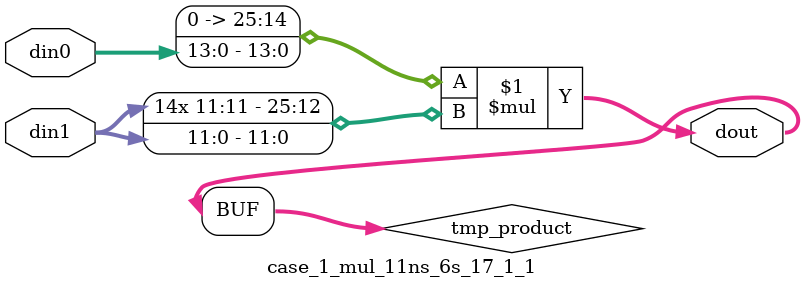
<source format=v>

`timescale 1 ns / 1 ps

 (* use_dsp = "no" *)  module case_1_mul_11ns_6s_17_1_1(din0, din1, dout);
parameter ID = 1;
parameter NUM_STAGE = 0;
parameter din0_WIDTH = 14;
parameter din1_WIDTH = 12;
parameter dout_WIDTH = 26;

input [din0_WIDTH - 1 : 0] din0; 
input [din1_WIDTH - 1 : 0] din1; 
output [dout_WIDTH - 1 : 0] dout;

wire signed [dout_WIDTH - 1 : 0] tmp_product;

























assign tmp_product = $signed({1'b0, din0}) * $signed(din1);










assign dout = tmp_product;





















endmodule

</source>
